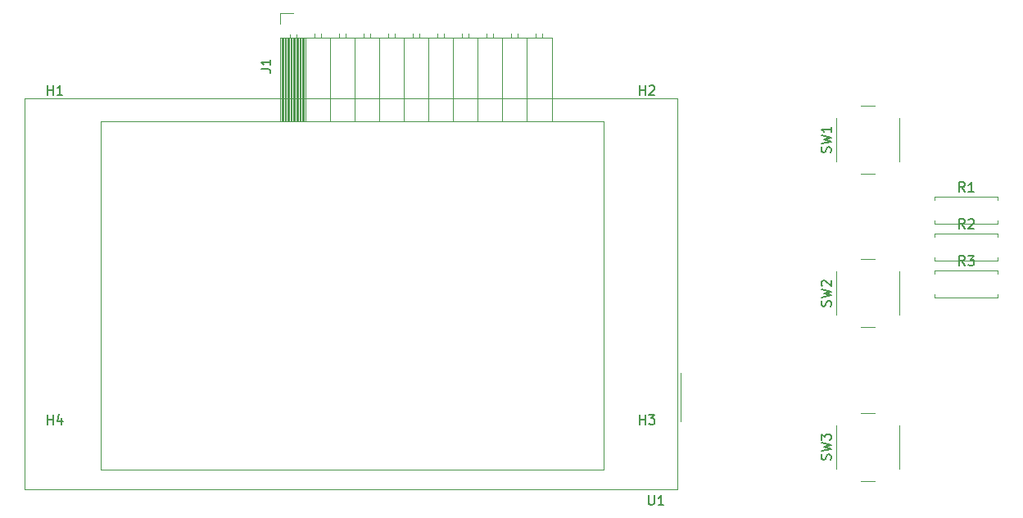
<source format=gbr>
G04 #@! TF.GenerationSoftware,KiCad,Pcbnew,(5.1.2)-1*
G04 #@! TF.CreationDate,2019-05-13T07:20:01+02:00*
G04 #@! TF.ProjectId,lcd board,6c636420-626f-4617-9264-2e6b69636164,rev?*
G04 #@! TF.SameCoordinates,Original*
G04 #@! TF.FileFunction,Legend,Top*
G04 #@! TF.FilePolarity,Positive*
%FSLAX46Y46*%
G04 Gerber Fmt 4.6, Leading zero omitted, Abs format (unit mm)*
G04 Created by KiCad (PCBNEW (5.1.2)-1) date 2019-05-13 07:20:01*
%MOMM*%
%LPD*%
G04 APERTURE LIST*
%ADD10C,0.120000*%
%ADD11C,0.150000*%
G04 APERTURE END LIST*
D10*
X192246000Y-30834000D02*
X192246000Y-30504000D01*
X185706000Y-30834000D02*
X192246000Y-30834000D01*
X185706000Y-30504000D02*
X185706000Y-30834000D01*
X192246000Y-28094000D02*
X192246000Y-28424000D01*
X185706000Y-28094000D02*
X192246000Y-28094000D01*
X185706000Y-28424000D02*
X185706000Y-28094000D01*
X192246000Y-34644000D02*
X192246000Y-34314000D01*
X185706000Y-34644000D02*
X192246000Y-34644000D01*
X185706000Y-34314000D02*
X185706000Y-34644000D01*
X192246000Y-31904000D02*
X192246000Y-32234000D01*
X185706000Y-31904000D02*
X192246000Y-31904000D01*
X185706000Y-32234000D02*
X185706000Y-31904000D01*
X192246000Y-38454000D02*
X192246000Y-38124000D01*
X185706000Y-38454000D02*
X192246000Y-38454000D01*
X185706000Y-38124000D02*
X185706000Y-38454000D01*
X192246000Y-35714000D02*
X192246000Y-36044000D01*
X185706000Y-35714000D02*
X192246000Y-35714000D01*
X185706000Y-36044000D02*
X185706000Y-35714000D01*
X182030000Y-56150000D02*
X182030000Y-51650000D01*
X178030000Y-57400000D02*
X179530000Y-57400000D01*
X175530000Y-51650000D02*
X175530000Y-56150000D01*
X179530000Y-50400000D02*
X178030000Y-50400000D01*
X179530000Y-34525000D02*
X178030000Y-34525000D01*
X175530000Y-35775000D02*
X175530000Y-40275000D01*
X178030000Y-41525000D02*
X179530000Y-41525000D01*
X182030000Y-40275000D02*
X182030000Y-35775000D01*
X182030000Y-24400000D02*
X182030000Y-19900000D01*
X178030000Y-25650000D02*
X179530000Y-25650000D01*
X175530000Y-19900000D02*
X175530000Y-24400000D01*
X179530000Y-18650000D02*
X178030000Y-18650000D01*
X118050000Y-10160000D02*
X118050000Y-9050000D01*
X118050000Y-9050000D02*
X119380000Y-9050000D01*
X118050000Y-20250000D02*
X146110000Y-20250000D01*
X146110000Y-20250000D02*
X146110000Y-11620000D01*
X118050000Y-11620000D02*
X146110000Y-11620000D01*
X118050000Y-20250000D02*
X118050000Y-11620000D01*
X143510000Y-20250000D02*
X143510000Y-11620000D01*
X140970000Y-20250000D02*
X140970000Y-11620000D01*
X138430000Y-20250000D02*
X138430000Y-11620000D01*
X135890000Y-20250000D02*
X135890000Y-11620000D01*
X133350000Y-20250000D02*
X133350000Y-11620000D01*
X130810000Y-20250000D02*
X130810000Y-11620000D01*
X128270000Y-20250000D02*
X128270000Y-11620000D01*
X125730000Y-20250000D02*
X125730000Y-11620000D01*
X123190000Y-20250000D02*
X123190000Y-11620000D01*
X120650000Y-20250000D02*
X120650000Y-11620000D01*
X145140000Y-11620000D02*
X145140000Y-11210000D01*
X144420000Y-11620000D02*
X144420000Y-11210000D01*
X142600000Y-11620000D02*
X142600000Y-11210000D01*
X141880000Y-11620000D02*
X141880000Y-11210000D01*
X140060000Y-11620000D02*
X140060000Y-11210000D01*
X139340000Y-11620000D02*
X139340000Y-11210000D01*
X137520000Y-11620000D02*
X137520000Y-11210000D01*
X136800000Y-11620000D02*
X136800000Y-11210000D01*
X134980000Y-11620000D02*
X134980000Y-11210000D01*
X134260000Y-11620000D02*
X134260000Y-11210000D01*
X132440000Y-11620000D02*
X132440000Y-11210000D01*
X131720000Y-11620000D02*
X131720000Y-11210000D01*
X129900000Y-11620000D02*
X129900000Y-11210000D01*
X129180000Y-11620000D02*
X129180000Y-11210000D01*
X127360000Y-11620000D02*
X127360000Y-11210000D01*
X126640000Y-11620000D02*
X126640000Y-11210000D01*
X124820000Y-11620000D02*
X124820000Y-11210000D01*
X124100000Y-11620000D02*
X124100000Y-11210000D01*
X122280000Y-11620000D02*
X122280000Y-11210000D01*
X121560000Y-11620000D02*
X121560000Y-11210000D01*
X119740000Y-11620000D02*
X119740000Y-11270000D01*
X119020000Y-11620000D02*
X119020000Y-11270000D01*
X120531900Y-20250000D02*
X120531900Y-11620000D01*
X120413805Y-20250000D02*
X120413805Y-11620000D01*
X120295710Y-20250000D02*
X120295710Y-11620000D01*
X120177615Y-20250000D02*
X120177615Y-11620000D01*
X120059520Y-20250000D02*
X120059520Y-11620000D01*
X119941425Y-20250000D02*
X119941425Y-11620000D01*
X119823330Y-20250000D02*
X119823330Y-11620000D01*
X119705235Y-20250000D02*
X119705235Y-11620000D01*
X119587140Y-20250000D02*
X119587140Y-11620000D01*
X119469045Y-20250000D02*
X119469045Y-11620000D01*
X119350950Y-20250000D02*
X119350950Y-11620000D01*
X119232855Y-20250000D02*
X119232855Y-11620000D01*
X119114760Y-20250000D02*
X119114760Y-11620000D01*
X118996665Y-20250000D02*
X118996665Y-11620000D01*
X118878570Y-20250000D02*
X118878570Y-11620000D01*
X118760475Y-20250000D02*
X118760475Y-11620000D01*
X118642380Y-20250000D02*
X118642380Y-11620000D01*
X118524285Y-20250000D02*
X118524285Y-11620000D01*
X118406190Y-20250000D02*
X118406190Y-11620000D01*
X118288095Y-20250000D02*
X118288095Y-11620000D01*
X118170000Y-20250000D02*
X118170000Y-11620000D01*
X151480000Y-56260000D02*
X99480000Y-56260000D01*
X99480000Y-56260000D02*
X99480000Y-20260000D01*
X99480000Y-20260000D02*
X151480000Y-20260000D01*
X151480000Y-20260000D02*
X151480000Y-56260000D01*
X159480000Y-51260000D02*
X159480000Y-46260000D01*
X159100000Y-58270000D02*
X91660000Y-58270000D01*
X91660000Y-58270000D02*
X91660000Y-17930000D01*
X91660000Y-17930000D02*
X159100000Y-17930000D01*
X159100000Y-17930000D02*
X159100000Y-58270000D01*
D11*
X188809333Y-27546380D02*
X188476000Y-27070190D01*
X188237904Y-27546380D02*
X188237904Y-26546380D01*
X188618857Y-26546380D01*
X188714095Y-26594000D01*
X188761714Y-26641619D01*
X188809333Y-26736857D01*
X188809333Y-26879714D01*
X188761714Y-26974952D01*
X188714095Y-27022571D01*
X188618857Y-27070190D01*
X188237904Y-27070190D01*
X189761714Y-27546380D02*
X189190285Y-27546380D01*
X189476000Y-27546380D02*
X189476000Y-26546380D01*
X189380761Y-26689238D01*
X189285523Y-26784476D01*
X189190285Y-26832095D01*
X188809333Y-31356380D02*
X188476000Y-30880190D01*
X188237904Y-31356380D02*
X188237904Y-30356380D01*
X188618857Y-30356380D01*
X188714095Y-30404000D01*
X188761714Y-30451619D01*
X188809333Y-30546857D01*
X188809333Y-30689714D01*
X188761714Y-30784952D01*
X188714095Y-30832571D01*
X188618857Y-30880190D01*
X188237904Y-30880190D01*
X189190285Y-30451619D02*
X189237904Y-30404000D01*
X189333142Y-30356380D01*
X189571238Y-30356380D01*
X189666476Y-30404000D01*
X189714095Y-30451619D01*
X189761714Y-30546857D01*
X189761714Y-30642095D01*
X189714095Y-30784952D01*
X189142666Y-31356380D01*
X189761714Y-31356380D01*
X188809333Y-35166380D02*
X188476000Y-34690190D01*
X188237904Y-35166380D02*
X188237904Y-34166380D01*
X188618857Y-34166380D01*
X188714095Y-34214000D01*
X188761714Y-34261619D01*
X188809333Y-34356857D01*
X188809333Y-34499714D01*
X188761714Y-34594952D01*
X188714095Y-34642571D01*
X188618857Y-34690190D01*
X188237904Y-34690190D01*
X189142666Y-34166380D02*
X189761714Y-34166380D01*
X189428380Y-34547333D01*
X189571238Y-34547333D01*
X189666476Y-34594952D01*
X189714095Y-34642571D01*
X189761714Y-34737809D01*
X189761714Y-34975904D01*
X189714095Y-35071142D01*
X189666476Y-35118761D01*
X189571238Y-35166380D01*
X189285523Y-35166380D01*
X189190285Y-35118761D01*
X189142666Y-35071142D01*
X174934761Y-55233333D02*
X174982380Y-55090476D01*
X174982380Y-54852380D01*
X174934761Y-54757142D01*
X174887142Y-54709523D01*
X174791904Y-54661904D01*
X174696666Y-54661904D01*
X174601428Y-54709523D01*
X174553809Y-54757142D01*
X174506190Y-54852380D01*
X174458571Y-55042857D01*
X174410952Y-55138095D01*
X174363333Y-55185714D01*
X174268095Y-55233333D01*
X174172857Y-55233333D01*
X174077619Y-55185714D01*
X174030000Y-55138095D01*
X173982380Y-55042857D01*
X173982380Y-54804761D01*
X174030000Y-54661904D01*
X173982380Y-54328571D02*
X174982380Y-54090476D01*
X174268095Y-53900000D01*
X174982380Y-53709523D01*
X173982380Y-53471428D01*
X173982380Y-53185714D02*
X173982380Y-52566666D01*
X174363333Y-52900000D01*
X174363333Y-52757142D01*
X174410952Y-52661904D01*
X174458571Y-52614285D01*
X174553809Y-52566666D01*
X174791904Y-52566666D01*
X174887142Y-52614285D01*
X174934761Y-52661904D01*
X174982380Y-52757142D01*
X174982380Y-53042857D01*
X174934761Y-53138095D01*
X174887142Y-53185714D01*
X174934761Y-39358333D02*
X174982380Y-39215476D01*
X174982380Y-38977380D01*
X174934761Y-38882142D01*
X174887142Y-38834523D01*
X174791904Y-38786904D01*
X174696666Y-38786904D01*
X174601428Y-38834523D01*
X174553809Y-38882142D01*
X174506190Y-38977380D01*
X174458571Y-39167857D01*
X174410952Y-39263095D01*
X174363333Y-39310714D01*
X174268095Y-39358333D01*
X174172857Y-39358333D01*
X174077619Y-39310714D01*
X174030000Y-39263095D01*
X173982380Y-39167857D01*
X173982380Y-38929761D01*
X174030000Y-38786904D01*
X173982380Y-38453571D02*
X174982380Y-38215476D01*
X174268095Y-38025000D01*
X174982380Y-37834523D01*
X173982380Y-37596428D01*
X174077619Y-37263095D02*
X174030000Y-37215476D01*
X173982380Y-37120238D01*
X173982380Y-36882142D01*
X174030000Y-36786904D01*
X174077619Y-36739285D01*
X174172857Y-36691666D01*
X174268095Y-36691666D01*
X174410952Y-36739285D01*
X174982380Y-37310714D01*
X174982380Y-36691666D01*
X174934761Y-23483333D02*
X174982380Y-23340476D01*
X174982380Y-23102380D01*
X174934761Y-23007142D01*
X174887142Y-22959523D01*
X174791904Y-22911904D01*
X174696666Y-22911904D01*
X174601428Y-22959523D01*
X174553809Y-23007142D01*
X174506190Y-23102380D01*
X174458571Y-23292857D01*
X174410952Y-23388095D01*
X174363333Y-23435714D01*
X174268095Y-23483333D01*
X174172857Y-23483333D01*
X174077619Y-23435714D01*
X174030000Y-23388095D01*
X173982380Y-23292857D01*
X173982380Y-23054761D01*
X174030000Y-22911904D01*
X173982380Y-22578571D02*
X174982380Y-22340476D01*
X174268095Y-22150000D01*
X174982380Y-21959523D01*
X173982380Y-21721428D01*
X174982380Y-20816666D02*
X174982380Y-21388095D01*
X174982380Y-21102380D02*
X173982380Y-21102380D01*
X174125238Y-21197619D01*
X174220476Y-21292857D01*
X174268095Y-21388095D01*
X116062380Y-14873333D02*
X116776666Y-14873333D01*
X116919523Y-14920952D01*
X117014761Y-15016190D01*
X117062380Y-15159047D01*
X117062380Y-15254285D01*
X117062380Y-13873333D02*
X117062380Y-14444761D01*
X117062380Y-14159047D02*
X116062380Y-14159047D01*
X116205238Y-14254285D01*
X116300476Y-14349523D01*
X116348095Y-14444761D01*
X156128095Y-58892380D02*
X156128095Y-59701904D01*
X156175714Y-59797142D01*
X156223333Y-59844761D01*
X156318571Y-59892380D01*
X156509047Y-59892380D01*
X156604285Y-59844761D01*
X156651904Y-59797142D01*
X156699523Y-59701904D01*
X156699523Y-58892380D01*
X157699523Y-59892380D02*
X157128095Y-59892380D01*
X157413809Y-59892380D02*
X157413809Y-58892380D01*
X157318571Y-59035238D01*
X157223333Y-59130476D01*
X157128095Y-59178095D01*
X93980095Y-17534380D02*
X93980095Y-16534380D01*
X93980095Y-17010571D02*
X94551523Y-17010571D01*
X94551523Y-17534380D02*
X94551523Y-16534380D01*
X95551523Y-17534380D02*
X94980095Y-17534380D01*
X95265809Y-17534380D02*
X95265809Y-16534380D01*
X95170571Y-16677238D01*
X95075333Y-16772476D01*
X94980095Y-16820095D01*
X155194095Y-17534380D02*
X155194095Y-16534380D01*
X155194095Y-17010571D02*
X155765523Y-17010571D01*
X155765523Y-17534380D02*
X155765523Y-16534380D01*
X156194095Y-16629619D02*
X156241714Y-16582000D01*
X156336952Y-16534380D01*
X156575047Y-16534380D01*
X156670285Y-16582000D01*
X156717904Y-16629619D01*
X156765523Y-16724857D01*
X156765523Y-16820095D01*
X156717904Y-16962952D01*
X156146476Y-17534380D01*
X156765523Y-17534380D01*
X155194095Y-51570380D02*
X155194095Y-50570380D01*
X155194095Y-51046571D02*
X155765523Y-51046571D01*
X155765523Y-51570380D02*
X155765523Y-50570380D01*
X156146476Y-50570380D02*
X156765523Y-50570380D01*
X156432190Y-50951333D01*
X156575047Y-50951333D01*
X156670285Y-50998952D01*
X156717904Y-51046571D01*
X156765523Y-51141809D01*
X156765523Y-51379904D01*
X156717904Y-51475142D01*
X156670285Y-51522761D01*
X156575047Y-51570380D01*
X156289333Y-51570380D01*
X156194095Y-51522761D01*
X156146476Y-51475142D01*
X93980095Y-51570380D02*
X93980095Y-50570380D01*
X93980095Y-51046571D02*
X94551523Y-51046571D01*
X94551523Y-51570380D02*
X94551523Y-50570380D01*
X95456285Y-50903714D02*
X95456285Y-51570380D01*
X95218190Y-50522761D02*
X94980095Y-51237047D01*
X95599142Y-51237047D01*
M02*

</source>
